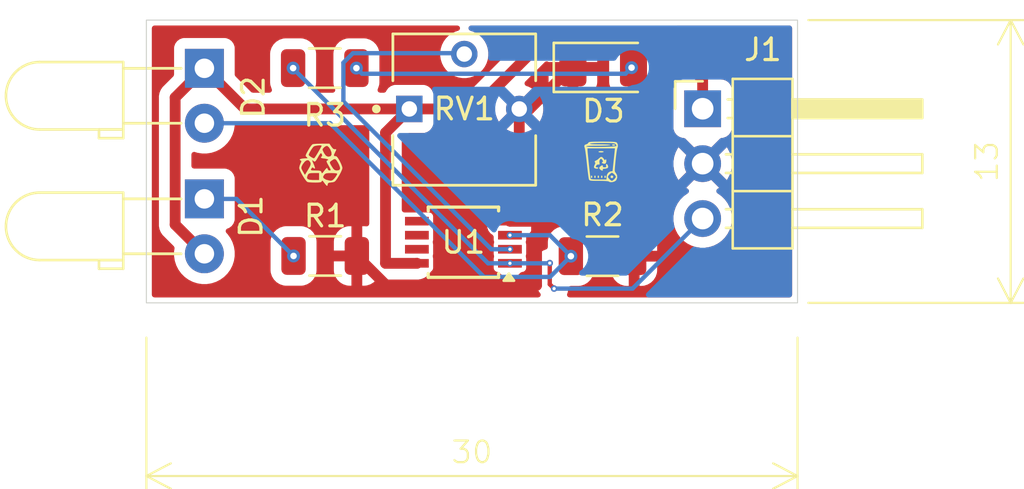
<source format=kicad_pcb>
(kicad_pcb (version 20241229) (generator "pcbnew") (generator_version "9.0")
  (layers (0 "F.Cu" signal) (2 "B.Cu" signal) (13 "F.Paste" user) (15 "B.Paste" user) (5 "F.SilkS" user "F.Silkscreen") (7 "B.SilkS" user "B.Silkscreen") (1 "F.Mask" user) (3 "B.Mask" user) (25 "Edge.Cuts" user))
  (net 0 "")
  (net 1 "+5V")
  (net 2 "Net-(D1-K)")
  (net 3 "/NON_INV")
  (net 4 "GND")
  (net 5 "Net-(D3-A)")
  (net 6 "/OP")
  (net 7 "/INV")
  (footprint "LED_THT:LED_D3.0mm_Horizontal_O3.81mm_Z2.0mm" (layer "F.Cu") (at 132.72 91.16 -90)
    (property "Reference" "D2" (at 1.34 -2.26 270) (layer "F.SilkS"))
    (property "Value" "IR RECEIVR" (hide yes))
    (fp_line (start 2.83 4.87) (end 2.83 3.75) (stroke (width 0.12)) (layer "F.SilkS"))
    (fp_line (start 3.23 4.87) (end 2.83 4.87) (stroke (width 0.12)) (layer "F.SilkS"))
    (fp_line (start -0.29 3.75) (end -0.29 7.61) (stroke (width 0.12)) (layer "F.SilkS"))
    (fp_line (start -0.29 3.75) (end 2.83 3.75) (stroke (width 0.12)) (layer "F.SilkS"))
    (fp_line (start 0 3.75) (end 0 3.75) (stroke (width 0.12)) (layer "F.SilkS"))
    (fp_line (start 0 3.75) (end 0 1.08) (stroke (width 0.12)) (layer "F.SilkS"))
    (fp_line (start 2.54 3.75) (end 2.54 3.75) (stroke (width 0.12)) (layer "F.SilkS"))
    (fp_line (start 2.54 3.75) (end 2.54 1.08) (stroke (width 0.12)) (layer "F.SilkS"))
    (fp_line (start 2.83 3.75) (end 2.83 7.61) (stroke (width 0.12)) (layer "F.SilkS"))
    (fp_line (start 2.83 3.75) (end 3.23 3.75) (stroke (width 0.12)) (layer "F.SilkS"))
    (fp_line (start 3.23 3.75) (end 3.23 4.87) (stroke (width 0.12)) (layer "F.SilkS"))
    (fp_line (start 0 1.08) (end 0 3.75) (stroke (width 0.12)) (layer "F.SilkS"))
    (fp_line (start 0 1.08) (end 0 1.08) (stroke (width 0.12)) (layer "F.SilkS"))
    (fp_line (start 2.54 1.08) (end 2.54 3.75) (stroke (width 0.12)) (layer "F.SilkS"))
    (fp_line (start 2.54 1.08) (end 2.54 1.08) (stroke (width 0.12)) (layer "F.SilkS"))
    (fp_arc (start 2.83 7.61) (mid 1.27 9.17) (end -0.29 7.61) (stroke (width 0.12)) (layer "F.SilkS"))
    (pad "1" thru_hole rect (at 0 0 270) (size 1.8 1.8) (drill 0.9) (layers "*.Cu" "*.Mask") (net 1 "+5V"))
    (pad "2" thru_hole circle (at 2.54 0 270) (size 1.8 1.8) (drill 0.9) (layers "*.Cu" "*.Mask") (net 3 "/NON_INV"))
  )
  (footprint "Resistor_SMD:R_1206_3216Metric" (layer "F.Cu") (at 138.3025 99.84)
    (property "Reference" "R1" (at 0 -1.85 0) (layer "F.SilkS"))
    (property "Value" "R" (hide yes))
    (fp_line (start -0.727064 -0.91) (end 0.727064 -0.91) (stroke (width 0.12)) (layer "F.SilkS"))
    (fp_line (start -0.727064 0.91) (end 0.727064 0.91) (stroke (width 0.12)) (layer "F.SilkS"))
    (pad "1" smd roundrect (at -1.4625 0) (size 1.125 1.75) (layers "F.Cu" "F.Mask" "F.Paste") (roundrect_rratio 0.222222) (net 2 "Net-(D1-K)"))
    (pad "2" smd roundrect (at 1.4625 0) (size 1.125 1.75) (layers "F.Cu" "F.Mask" "F.Paste") (roundrect_rratio 0.222222) (net 4 "GND"))
  )
  (footprint "LED_SMD:LED_1206_3216Metric" (layer "F.Cu") (at 151.15 91.12)
    (property "Reference" "D3" (at 0.01 2.02 0) (layer "F.SilkS"))
    (property "Value" "LED" (hide yes))
    (fp_line (start -2.285 -1.135) (end -2.285 1.135) (stroke (width 0.12)) (layer "F.SilkS"))
    (fp_line (start -2.285 1.135) (end 1.6 1.135) (stroke (width 0.12)) (layer "F.SilkS"))
    (fp_line (start 1.6 -1.135) (end -2.285 -1.135) (stroke (width 0.12)) (layer "F.SilkS"))
    (pad "1" smd roundrect (at -1.4 0) (size 1.25 1.75) (layers "F.Cu" "F.Mask" "F.Paste") (roundrect_rratio 0.2) (net 4 "GND"))
    (pad "2" smd roundrect (at 1.4 0) (size 1.25 1.75) (layers "F.Cu" "F.Mask" "F.Paste") (roundrect_rratio 0.2) (net 5 "Net-(D3-A)"))
  )
  (footprint "LED_THT:LED_D3.0mm_Horizontal_O3.81mm_Z2.0mm" (layer "F.Cu") (at 132.72 97.2 -90)
    (property "Reference" "D1" (at 0.81 -2.16 270) (layer "F.SilkS"))
    (property "Value" "IR TRANSMITTER" (hide yes))
    (fp_line (start 2.83 4.87) (end 2.83 3.75) (stroke (width 0.12)) (layer "F.SilkS"))
    (fp_line (start 3.23 4.87) (end 2.83 4.87) (stroke (width 0.12)) (layer "F.SilkS"))
    (fp_line (start -0.29 3.75) (end -0.29 7.61) (stroke (width 0.12)) (layer "F.SilkS"))
    (fp_line (start -0.29 3.75) (end 2.83 3.75) (stroke (width 0.12)) (layer "F.SilkS"))
    (fp_line (start 0 3.75) (end 0 3.75) (stroke (width 0.12)) (layer "F.SilkS"))
    (fp_line (start 0 3.75) (end 0 1.08) (stroke (width 0.12)) (layer "F.SilkS"))
    (fp_line (start 2.54 3.75) (end 2.54 3.75) (stroke (width 0.12)) (layer "F.SilkS"))
    (fp_line (start 2.54 3.75) (end 2.54 1.08) (stroke (width 0.12)) (layer "F.SilkS"))
    (fp_line (start 2.83 3.75) (end 2.83 7.61) (stroke (width 0.12)) (layer "F.SilkS"))
    (fp_line (start 2.83 3.75) (end 3.23 3.75) (stroke (width 0.12)) (layer "F.SilkS"))
    (fp_line (start 3.23 3.75) (end 3.23 4.87) (stroke (width 0.12)) (layer "F.SilkS"))
    (fp_line (start 0 1.08) (end 0 3.75) (stroke (width 0.12)) (layer "F.SilkS"))
    (fp_line (start 0 1.08) (end 0 1.08) (stroke (width 0.12)) (layer "F.SilkS"))
    (fp_line (start 2.54 1.08) (end 2.54 3.75) (stroke (width 0.12)) (layer "F.SilkS"))
    (fp_line (start 2.54 1.08) (end 2.54 1.08) (stroke (width 0.12)) (layer "F.SilkS"))
    (fp_arc (start 2.83 7.61) (mid 1.27 9.17) (end -0.29 7.61) (stroke (width 0.12)) (layer "F.SilkS"))
    (pad "1" thru_hole rect (at 0 0 270) (size 1.8 1.8) (drill 0.9) (layers "*.Cu" "*.Mask") (net 2 "Net-(D1-K)"))
    (pad "2" thru_hole circle (at 2.54 0 270) (size 1.8 1.8) (drill 0.9) (layers "*.Cu" "*.Mask") (net 1 "+5V"))
  )
  (footprint "Package_SO:TSSOP-8_3x3mm_P0.65mm" (layer "F.Cu") (at 144.69 99.205 180)
    (property "Reference" "U1" (at 0 -0.005 0) (layer "F.SilkS"))
    (property "Value" "LM358" (hide yes))
    (fp_line (start 1.625 1.45) (end 1.625 1.625) (stroke (width 0.15)) (layer "F.SilkS"))
    (fp_line (start 1.625 -1.625) (end 1.625 -1.45) (stroke (width 0.15)) (layer "F.SilkS"))
    (fp_line (start -1.625 1.625) (end 1.625 1.625) (stroke (width 0.15)) (layer "F.SilkS"))
    (fp_line (start -1.625 1.45) (end -1.625 1.625) (stroke (width 0.15)) (layer "F.SilkS"))
    (fp_line (start -1.625 -1.625) (end 1.625 -1.625) (stroke (width 0.15)) (layer "F.SilkS"))
    (fp_line (start -1.625 -1.625) (end -1.625 -1.45) (stroke (width 0.15)) (layer "F.SilkS"))
    (fp_poly (pts (xy -2.1 -1.45) (xy -2.34 -1.78) (xy -1.86 -1.78) (xy -2.1 -1.45)) (stroke (width 0.12)) (fill yes) (layer "F.SilkS"))
    (pad "1" smd rect (at -2.15 -0.975 180) (size 1.1 0.4) (layers "F.Cu" "F.Mask" "F.Paste") (net 6 "/OP"))
    (pad "2" smd rect (at -2.15 -0.325 180) (size 1.1 0.4) (layers "F.Cu" "F.Mask" "F.Paste") (net 7 "/INV"))
    (pad "3" smd rect (at -2.15 0.325 180) (size 1.1 0.4) (layers "F.Cu" "F.Mask" "F.Paste") (net 3 "/NON_INV"))
    (pad "4" smd rect (at -2.15 0.975 180) (size 1.1 0.4) (layers "F.Cu" "F.Mask" "F.Paste") (net 4 "GND"))
    (pad "5" smd rect (at 2.15 0.975 180) (size 1.1 0.4) (layers "F.Cu" "F.Mask" "F.Paste"))
    (pad "6" smd rect (at 2.15 0.325 180) (size 1.1 0.4) (layers "F.Cu" "F.Mask" "F.Paste"))
    (pad "7" smd rect (at 2.15 -0.325 180) (size 1.1 0.4) (layers "F.Cu" "F.Mask" "F.Paste"))
    (pad "8" smd rect (at 2.15 -0.975 180) (size 1.1 0.4) (layers "F.Cu" "F.Mask" "F.Paste") (net 1 "+5V"))
  )
  (footprint "Resistor_SMD:R_1206_3216Metric" (layer "F.Cu") (at 151.1175 99.85)
    (property "Reference" "R2" (at 0 -1.91 0) (layer "F.SilkS"))
    (property "Value" "R" (hide yes))
    (fp_line (start -0.727064 -0.91) (end 0.727064 -0.91) (stroke (width 0.12)) (layer "F.SilkS"))
    (fp_line (start -0.727064 0.91) (end 0.727064 0.91) (stroke (width 0.12)) (layer "F.SilkS"))
    (pad "1" smd roundrect (at -1.4625 0) (size 1.125 1.75) (layers "F.Cu" "F.Mask" "F.Paste") (roundrect_rratio 0.222222) (net 3 "/NON_INV"))
    (pad "2" smd roundrect (at 1.4625 0) (size 1.125 1.75) (layers "F.Cu" "F.Mask" "F.Paste") (roundrect_rratio 0.222222) (net 4 "GND"))
  )
  (footprint "LOGO" (layer "F.Cu") (at 151.112918 95.427453)
    (property "Reference" "G***" (hide yes))
    (property "Value" "LOGO" (hide yes))
    (fp_poly (pts (xy -0.475078 0.714376) (xy -0.469212 0.750739) (xy -0.482312 0.801569) (xy -0.500493 0.8133) (xy -0.525908 0.787101) (xy -0.531774 0.750739) (xy -0.518674 0.699908) (xy -0.500493 0.688177)) (fill yes) (layer "F.SilkS"))
    (fp_poly (pts (xy -0.318674 0.714376) (xy -0.312808 0.750739) (xy -0.325908 0.801569) (xy -0.344089 0.8133) (xy -0.369504 0.787101) (xy -0.37537 0.750739) (xy -0.36227 0.699908) (xy -0.344089 0.688177)) (fill yes) (layer "F.SilkS"))
    (fp_poly (pts (xy -0.16227 0.714376) (xy -0.156404 0.750739) (xy -0.169504 0.801569) (xy -0.187685 0.8133) (xy -0.2131 0.787101) (xy -0.218966 0.750739) (xy -0.205866 0.699908) (xy -0.187685 0.688177)) (fill yes) (layer "F.SilkS"))
    (fp_poly (pts (xy -0.005866 0.714376) (xy 0 0.750739) (xy -0.0131 0.801569) (xy -0.031281 0.8133) (xy -0.056696 0.787101) (xy -0.062562 0.750739) (xy -0.049462 0.699908) (xy -0.031281 0.688177)) (fill yes) (layer "F.SilkS"))
    (fp_poly (pts (xy 0.150538 0.714376) (xy 0.156404 0.750739) (xy 0.143304 0.801569) (xy 0.125123 0.8133) (xy 0.099708 0.787101) (xy 0.093842 0.750739) (xy 0.106942 0.699908) (xy 0.125123 0.688177)) (fill yes) (layer "F.SilkS"))
    (fp_poly (pts (xy 0.490211 0.710296) (xy 0.500492 0.750739) (xy 0.478373 0.803018) (xy 0.437931 0.8133) (xy 0.385651 0.791181) (xy 0.375369 0.750739) (xy 0.397488 0.698459) (xy 0.437931 0.688177)) (fill yes) (layer "F.SilkS"))
    (fp_poly (pts (xy 0.574919 -0.740031) (xy 0.594335 -0.719458) (xy 0.567565 -0.695944) (xy 0.516133 -0.688178) (xy 0.457346 -0.698885) (xy 0.437931 -0.719458) (xy 0.4647 -0.742973) (xy 0.516133 -0.750739)) (fill yes) (layer "F.SilkS"))
    (fp_poly (pts (xy 0.015791 -0.430994) (xy 0.059371 -0.413662) (xy 0.062561 -0.406651) (xy 0.034811 -0.387062) (xy -0.034514 -0.376167) (xy -0.062562 -0.37537) (xy -0.140914 -0.382307) (xy -0.184494 -0.399639) (xy -0.187685 -0.406651) (xy -0.159934 -0.426239) (xy -0.090609 -0.437134) (xy -0.062562 -0.437931)) (fill yes) (layer "F.SilkS"))
    (fp_poly (pts (xy 0.236073 0.195227) (xy 0.249033 0.216699) (xy 0.270713 0.297507) (xy 0.237021 0.351) (xy 0.150092 0.374492) (xy 0.122758 0.375369) (xy 0.044543 0.380632) (xy 0.016675 0.399948) (xy 0.019969 0.42229) (xy 0.01869 0.461317) (xy -0.017351 0.466794) (xy -0.071452 0.440739) (xy -0.109483 0.40665) (xy -0.147476 0.357468) (xy -0.141778 0.320369) (xy -0.109483 0.281527) (xy -0.052627 0.235476) (xy -0.00264 0.219606) (xy 0.023774 0.235933) (xy 0.019969 0.265886) (xy 0.022751 0.299965) (xy 0.07392 0.31236) (xy 0.09542 0.312808) (xy 0.159646 0.306898) (xy 0.177041 0.278292) (xy 0.169249 0.234606) (xy 0.167375 0.172442) (xy 0.194576 0.15821)) (fill yes) (layer "F.SilkS"))
    (fp_poly (pts (xy -0.014337 -0.163618) (xy 0.050697 -0.099645) (xy 0.070572 -0.069644) (xy 0.105994 -0.022853) (xy 0.123824 -0.019444) (xy 0.124291 -0.023461) (xy 0.146106 -0.059813) (xy 0.158386 -0.062562) (xy 0.178654 -0.035353) (xy 0.182443 0.032155) (xy 0.181846 0.039101) (xy 0.161745 0.116914) (xy 0.116007 0.14773) (xy 0.109482 0.148763) (xy 0.048416 0.144161) (xy -0.002298 0.12233) (xy -0.025341 0.094422) (xy -0.00782 0.073214) (xy 0.026292 0.046778) (xy 0.016138 0.002788) (xy -0.015054 -0.042917) (xy -0.053632 -0.082427) (xy -0.088362 -0.071312) (xy -0.107622 -0.053251) (xy -0.140756 0.014544) (xy -0.135589 0.096257) (xy -0.126181 0.16396) (xy -0.141068 0.18639) (xy -0.177893 0.181181) (xy -0.246746 0.191196) (xy -0.276631 0.22275) (xy -0.308334 0.282982) (xy -0.297504 0.308174) (xy -0.250247 0.312808) (xy -0.199416 0.325907) (xy -0.187685 0.344088) (xy -0.212504 0.370327) (xy -0.270031 0.375908) (xy -0.33487 0.363367) (xy -0.381628 0.335242) (xy -0.388373 0.32404) (xy -0.386837 0.262072) (xy -0.358346 0.196824) (xy -0.32719 0.131382) (xy -0.339913 0.083683) (xy -0.345396 0.076627) (xy -0.360932 0.04035) (xy -0.326889 0.012251) (xy -0.299328 0.000821) (xy -0.218957 -0.046195) (xy -0.147252 -0.111164) (xy -0.07835 -0.167083)) (fill yes) (layer "F.SilkS"))
    (fp_poly (pts (xy 0.217254 -0.87518) (xy 0.381443 -0.872724) (xy 0.499782 -0.867883) (xy 0.580623 -0.860047) (xy 0.632316 -0.848603) (xy 0.663212 -0.832941) (xy 0.670302 -0.826707) (xy 0.711828 -0.746011) (xy 0.714522 -0.643821) (xy 0.689623 -0.57045) (xy 0.67653 -0.521987) (xy 0.659555 -0.423022) (xy 0.640392 -0.285365) (xy 0.620737 -0.120826) (xy 0.608507 -0.005118) (xy 0.589756 0.183899) (xy 0.577512 0.320751) (xy 0.572023 0.415521) (xy 0.573535 0.47829) (xy 0.582294 0.519141) (xy 0.598547 0.548157) (xy 0.622539 0.57542) (xy 0.622701 0.575592) (xy 0.677985 0.67495) (xy 0.686153 0.789218) (xy 0.647657 0.894943) (xy 0.615779 0.932971) (xy 0.544447 0.975048) (xy 0.453392 0.998608) (xy 0.365961 1.000957) (xy 0.305498 0.979406) (xy 0.297167 0.969704) (xy 0.259106 0.957339) (xy 0.167663 0.947589) (xy 0.031988 0.941084) (xy -0.138769 0.93845) (xy -0.158921 0.938423) (xy -0.332109 0.938003) (xy -0.453041 0.935703) (xy -0.532022 0.929963) (xy -0.579356 0.919223) (xy -0.605348 0.901922) (xy -0.620302 0.8765) (xy -0.623784 0.868042) (xy -0.635199 0.816796) (xy -0.651126 0.713562) (xy -0.670234 0.568641) (xy -0.69119 0.392333) (xy -0.71266 0.194938) (xy -0.719474 0.128487) (xy -0.741021 -0.07225) (xy -0.76294 -0.254015) (xy -0.783831 -0.406816) (xy -0.797756 -0.492673) (xy -0.688243 -0.492673) (xy -0.685022 -0.436338) (xy -0.676131 -0.332239) (xy -0.662807 -0.192009) (xy -0.646289 -0.027279) (xy -0.627815 0.150317) (xy -0.608623 0.329148) (xy -0.589952 0.49758) (xy -0.573038 0.643982) (xy -0.559121 0.75672) (xy -0.549437 0.824162) (xy -0.54675 0.836761) (xy -0.519734 0.855225) (xy -0.448909 0.867443) (xy -0.327833 0.874088) (xy -0.173026 0.875862) (xy 0.187684 0.875862) (xy 0.187684 0.760575) (xy 0.189683 0.750739) (xy 0.250246 0.750739) (xy 0.27063 0.794219) (xy 0.320374 0.854863) (xy 0.327026 0.861643) (xy 0.388053 0.91361) (xy 0.434686 0.938136) (xy 0.437931 0.938423) (xy 0.481411 0.918039) (xy 0.542055 0.868296) (xy 0.548835 0.861643) (xy 0.600802 0.800617) (xy 0.625328 0.753983) (xy 0.625615 0.750739) (xy 0.605231 0.707258) (xy 0.555488 0.646614) (xy 0.548835 0.639834) (xy 0.487809 0.587867) (xy 0.441175 0.563342) (xy 0.437931 0.563054) (xy 0.39445 0.583438) (xy 0.333807 0.633181) (xy 0.327026 0.639834) (xy 0.275059 0.700861) (xy 0.250534 0.747494) (xy 0.250246 0.750739) (xy 0.189683 0.750739) (xy 0.210538 0.648115) (xy 0.270377 0.558043) (xy 0.354122 0.506655) (xy 0.396462 0.500492) (xy 0.453334 0.491861) (xy 0.470861 0.477032) (xy 0.474568 0.439467) (xy 0.483761 0.350638) (xy 0.497295 0.221489) (xy 0.514024 0.062965) (xy 0.526504 -0.054742) (xy 0.580497 -0.563054) (xy -0.05384 -0.563054) (xy -0.688178 -0.563054) (xy -0.688243 -0.492673) (xy -0.797756 -0.492673) (xy -0.802295 -0.520662) (xy -0.816933 -0.585561) (xy -0.820755 -0.594647) (xy -0.837288 -0.656298) (xy -0.750739 -0.656298) (xy -0.721292 -0.645586) (xy -0.640142 -0.637747) (xy -0.51807 -0.632623) (xy -0.365863 -0.630057) (xy -0.194304 -0.629891) (xy -0.014176 -0.631968) (xy 0.163736 -0.63613) (xy 0.328648 -0.64222) (xy 0.469776 -0.650079) (xy 0.576337 -0.659552) (xy 0.637545 -0.67048) (xy 0.647885 -0.676727) (xy 0.637529 -0.724458) (xy 0.609137 -0.762749) (xy 0.582162 -0.781263) (xy 0.537803 -0.794749) (xy 0.467085 -0.803951) (xy 0.361032 -0.809614) (xy 0.210667 -0.812482) (xy 0.007013 -0.8133) (xy -0.000389 -0.813301) (xy -0.206529 -0.811578) (xy -0.3738 -0.806649) (xy -0.49554 -0.798875) (xy -0.565088 -0.788617) (xy -0.578695 -0.78202) (xy -0.556962 -0.768868) (xy -0.474738 -0.759186) (xy -0.334003 -0.753107) (xy -0.136739 -0.750763) (xy -0.111329 -0.750739) (xy 0.084516 -0.748785) (xy 0.234119 -0.743141) (xy 0.332386 -0.734135) (xy 0.37422 -0.722093) (xy 0.375369 -0.719458) (xy 0.344811 -0.707506) (xy 0.25593 -0.698217) (xy 0.112919 -0.691825) (xy -0.080031 -0.688563) (xy -0.187685 -0.688178) (xy -0.408996 -0.686436) (xy -0.577736 -0.681321) (xy -0.690983 -0.672998) (xy -0.745816 -0.661633) (xy -0.750739 -0.656298) (xy -0.837288 -0.656298) (xy -0.840358 -0.667748) (xy -0.814206 -0.726884) (xy -0.752822 -0.750739) (xy -0.68927 -0.775988) (xy -0.656897 -0.813301) (xy -0.642322 -0.83465) (xy -0.618993 -0.850504) (xy -0.578375 -0.861677) (xy -0.511938 -0.868984) (xy -0.411147 -0.873237) (xy -0.267471 -0.875252) (xy -0.072376 -0.875842) (xy -0.001134 -0.875862)) (fill yes) (layer "F.SilkS"))
  )
  (footprint "Resistor_SMD:R_1206_3216Metric" (layer "F.Cu") (at 138.2825 91.15)
    (property "Reference" "R3" (at 0 2.18 0) (layer "F.SilkS"))
    (property "Value" "R" (hide yes))
    (fp_line (start -0.727064 -0.91) (end 0.727064 -0.91) (stroke (width 0.12)) (layer "F.SilkS"))
    (fp_line (start -0.727064 0.91) (end 0.727064 0.91) (stroke (width 0.12)) (layer "F.SilkS"))
    (pad "1" smd roundrect (at -1.4625 0) (size 1.125 1.75) (layers "F.Cu" "F.Mask" "F.Paste") (roundrect_rratio 0.222222) (net 6 "/OP"))
    (pad "2" smd roundrect (at 1.4625 0) (size 1.125 1.75) (layers "F.Cu" "F.Mask" "F.Paste") (roundrect_rratio 0.222222) (net 5 "Net-(D3-A)"))
  )
  (footprint "Connector_PinHeader_2.54mm:PinHeader_1x03_P2.54mm_Horizontal" (layer "F.Cu") (at 155.745 93.03)
    (property "Reference" "J1" (at 2.785 -2.73 180) (layer "F.SilkS"))
    (property "Value" "Conn_01x03_Pin" (hide yes))
    (fp_line (start -1.27 -1.27) (end 0 -1.27) (stroke (width 0.12)) (layer "F.SilkS"))
    (fp_line (start -1.27 0) (end -1.27 -1.27) (stroke (width 0.12)) (layer "F.SilkS"))
    (fp_line (start 1.077358 2.11) (end 1.39 2.11) (stroke (width 0.12)) (layer "F.SilkS"))
    (fp_line (start 1.077358 2.97) (end 1.39 2.97) (stroke (width 0.12)) (layer "F.SilkS"))
    (fp_line (start 1.077358 4.65) (end 1.39 4.65) (stroke (width 0.12)) (layer "F.SilkS"))
    (fp_line (start 1.077358 5.51) (end 1.39 5.51) (stroke (width 0.12)) (layer "F.SilkS"))
    (fp_line (start 1.16 -0.43) (end 1.39 -0.43) (stroke (width 0.12)) (layer "F.SilkS"))
    (fp_line (start 1.16 0.43) (end 1.39 0.43) (stroke (width 0.12)) (layer "F.SilkS"))
    (fp_line (start 1.39 -1.38) (end 1.39 6.46) (stroke (width 0.12)) (layer "F.SilkS"))
    (fp_line (start 1.39 1.27) (end 4.15 1.27) (stroke (width 0.12)) (layer "F.SilkS"))
    (fp_line (start 1.39 3.81) (end 4.15 3.81) (stroke (width 0.12)) (layer "F.SilkS"))
    (fp_line (start 1.39 6.46) (end 4.15 6.46) (stroke (width 0.12)) (layer "F.SilkS"))
    (fp_line (start 4.15 -1.38) (end 1.39 -1.38) (stroke (width 0.12)) (layer "F.SilkS"))
    (fp_line (start 4.15 2.11) (end 10.15 2.11) (stroke (width 0.12)) (layer "F.SilkS"))
    (fp_line (start 4.15 4.65) (end 10.15 4.65) (stroke (width 0.12)) (layer "F.SilkS"))
    (fp_line (start 4.15 6.46) (end 4.15 -1.38) (stroke (width 0.12)) (layer "F.SilkS"))
    (fp_line (start 10.15 2.11) (end 10.15 2.97) (stroke (width 0.12)) (layer "F.SilkS"))
    (fp_line (start 10.15 2.97) (end 4.15 2.97) (stroke (width 0.12)) (layer "F.SilkS"))
    (fp_line (start 10.15 4.65) (end 10.15 5.51) (stroke (width 0.12)) (layer "F.SilkS"))
    (fp_line (start 10.15 5.51) (end 4.15 5.51) (stroke (width 0.12)) (layer "F.SilkS"))
    (fp_rect (start 4.15 -0.43) (end 10.15 0.43) (stroke (width 0.12)) (fill yes) (layer "F.SilkS"))
    (pad "1" thru_hole rect (at 0 0) (size 1.7 1.7) (drill 1) (layers "*.Cu" "*.Mask") (net 1 "+5V"))
    (pad "2" thru_hole circle (at 0 2.54) (size 1.7 1.7) (drill 1) (layers "*.Cu" "*.Mask") (net 4 "GND"))
    (pad "3" thru_hole circle (at 0 5.08) (size 1.7 1.7) (drill 1) (layers "*.Cu" "*.Mask") (net 6 "/OP"))
  )
  (footprint "LOGO" (layer "F.Cu") (at 138.1 95.605825)
    (property "Reference" "G***" (hide yes))
    (property "Value" "LOGO" (hide yes))
    (fp_poly (pts (xy 0.489632 -0.820893) (xy 0.568164 -0.725376) (xy 0.6369 -0.700711) (xy 0.65 -0.703588) (xy 0.706189 -0.708112) (xy 0.711032 -0.665667) (xy 0.665041 -0.568882) (xy 0.66 -0.56) (xy 0.609009 -0.447981) (xy 0.614132 -0.389765) (xy 0.67 -0.385665) (xy 0.721572 -0.375413) (xy 0.781885 -0.311755) (xy 0.86023 -0.184523) (xy 0.87 -0.166846) (xy 0.937162 -0.030449) (xy 0.984119 0.091578) (xy 1 0.166563) (xy 0.979641 0.245265) (xy 0.925678 0.367182) (xy 0.84878 0.508898) (xy 0.829182 0.541488) (xy 0.742301 0.6795) (xy 0.678855 0.763175) (xy 0.621736 0.807146) (xy 0.55384 0.826042) (xy 0.489182 0.832299) (xy 0.379288 0.847522) (xy 0.32959 0.878837) (xy 0.32 0.922299) (xy 0.30731 0.98835) (xy 0.267712 0.983721) (xy 0.198907 0.907411) (xy 0.16 0.852648) (xy 0.09511 0.767605) (xy 0.059045 0.748951) (xy 0.047067 0.772922) (xy 0.026976 0.808346) (xy -0.027266 0.828919) (xy -0.132096 0.838235) (xy -0.259662 0.84) (xy -0.412998 0.836771) (xy -0.540089 0.828277) (xy -0.614996 0.816302) (xy -0.617676 0.815356) (xy -0.671781 0.767165) (xy -0.746231 0.667339) (xy -0.787803 0.601632) (xy -0.638828 0.601632) (xy -0.618116 0.669039) (xy -0.536227 0.706186) (xy -0.385404 0.71959) (xy -0.341256 0.72) (xy -0.08 0.72) (xy -0.08 0.569064) (xy 0.106622 0.569064) (xy 0.117127 0.616763) (xy 0.151971 0.651937) (xy 0.242831 0.706152) (xy 0.383174 0.742721) (xy 0.462354 0.754552) (xy 0.526025 0.736317) (xy 0.566502 0.71) (xy 0.633108 0.641049) (xy 0.701055 0.549788) (xy 0.749252 0.466619) (xy 0.76 0.431099) (xy 0.723412 0.415658) (xy 0.627249 0.404527) (xy 0.491911 0.40001) (xy 0.4846 0.4) (xy 0.335045 0.40296) (xy 0.243366 0.415996) (xy 0.187531 0.445336) (xy 0.146571 0.495584) (xy 0.106622 0.569064) (xy -0.08 0.569064) (xy -0.08 0.56) (xy -0.08 0.4) (xy -0.320858 0.4) (xy -0.457696 0.403389) (xy -0.537179 0.418691) (xy -0.581842 0.453603) (xy -0.606116 0.497449) (xy -0.638828 0.601632) (xy -0.787803 0.601632) (xy -0.828565 0.537204) (xy -0.90632 0.398091) (xy -0.967034 0.271326) (xy -0.998245 0.178238) (xy -1 0.161034) (xy -0.992597 0.122223) (xy -0.895731 0.122223) (xy -0.895183 0.187807) (xy -0.856629 0.274294) (xy -0.831107 0.319844) (xy -0.776089 0.414423) (xy -0.740776 0.471789) (xy -0.734676 0.479691) (xy -0.713269 0.448317) (xy -0.661949 0.365468) (xy -0.591483 0.248553) (xy -0.587525 0.241914) (xy -0.457929 0.241914) (xy -0.445629 0.267137) (xy -0.385758 0.277714) (xy -0.263272 0.279984) (xy -0.237663 0.28) (xy -0.099695 0.283368) (xy -0.021717 0.297558) (xy 0.01614 0.328691) (xy 0.028977 0.36217) (xy 0.046851 0.406419) (xy 0.074905 0.399921) (xy 0.127563 0.335622) (xy 0.151621 0.30217) (xy 0.220439 0.215347) (xy 0.273942 0.165042) (xy 0.286388 0.16) (xy 0.316234 0.192489) (xy 0.32 0.22) (xy 0.353629 0.268795) (xy 0.402935 0.28) (xy 0.445217 0.275441) (xy 0.456288 0.251346) (xy 0.433095 0.192087) (xy 0.372587 0.082036) (xy 0.359939 0.059894) (xy 0.293474 -0.060809) (xy 0.288148 -0.073997) (xy 0.419396 -0.073997) (xy 0.448095 -0.006588) (xy 0.505977 0.092191) (xy 0.58064 0.204055) (xy 0.643823 0.260623) (xy 0.717589 0.279229) (xy 0.745043 0.28) (xy 0.84615 0.262375) (xy 0.890619 0.203709) (xy 0.890698 0.20341) (xy 0.88258 0.126894) (xy 0.839518 0.011287) (xy 0.794128 -0.077336) (xy 0.721857 -0.194926) (xy 0.663567 -0.246722) (xy 0.596266 -0.237871) (xy 0.496957 -0.173523) (xy 0.466268 -0.15074) (xy 0.426643 -0.114772) (xy 0.419396 -0.073997) (xy 0.288148 -0.073997) (xy 0.265187 -0.130847) (xy 0.271153 -0.167581) (xy 0.304079 -0.187101) (xy 0.350851 -0.210943) (xy 0.325116 -0.232751) (xy 0.297075 -0.244184) (xy 0.197093 -0.268555) (xy 0.11 -0.277189) (xy 0.028889 -0.294089) (xy -0.00169 -0.328344) (xy 0.030897 -0.363118) (xy 0.042289 -0.36743) (xy 0.06286 -0.407254) (xy 0.050329 -0.471098) (xy 0.015918 -0.516383) (xy 0.002077 -0.52) (xy -0.03142 -0.487744) (xy -0.087454 -0.404384) (xy -0.13614 -0.32) (xy -0.207027 -0.196987) (xy -0.257566 -0.136694) (xy -0.30181 -0.129616) (xy -0.353811 -0.166247) (xy -0.357888 -0.17) (xy -0.388342 -0.194986) (xy -0.396647 -0.186951) (xy -0.379926 -0.134338) (xy -0.335298 -0.025587) (xy -0.303096 0.05) (xy -0.268626 0.153543) (xy -0.275715 0.198588) (xy -0.322026 0.179671) (xy -0.348295 0.155705) (xy -0.393449 0.140752) (xy -0.437702 0.195705) (xy -0.457929 0.241914) (xy -0.587525 0.241914) (xy -0.585902 0.239191) (xy -0.510527 0.106158) (xy -0.473919 0.017834) (xy -0.469876 -0.047238) (xy -0.487647 -0.100809) (xy -0.554313 -0.183696) (xy -0.63929 -0.194459) (xy -0.734131 -0.136364) (xy -0.830386 -0.012677) (xy -0.862039 0.043942) (xy -0.895731 0.122223) (xy -0.992597 0.122223) (xy -0.981778 0.065503) (xy -0.938602 -0.042706) (xy -0.900855 -0.125304) (xy -0.904504 -0.165412) (xy -0.941956 -0.186286) (xy -0.979883 -0.216971) (xy -0.950839 -0.246926) (xy -0.867677 -0.270143) (xy -0.743251 -0.280617) (xy -0.74 -0.28066) (xy -0.642134 -0.284466) (xy -0.612919 -0.29785) (xy -0.641029 -0.328569) (xy -0.654663 -0.339092) (xy -0.690691 -0.372077) (xy -0.700742 -0.410867) (xy -0.691802 -0.438992) (xy -0.56 -0.438992) (xy -0.528819 -0.399734) (xy -0.456067 -0.347129) (xy -0.372933 -0.301089) (xy -0.313458 -0.281602) (xy -0.28265 -0.313057) (xy -0.224017 -0.398139) (xy -0.148562 -0.520524) (xy -0.123458 -0.563514) (xy -0.055948 -0.682287) (xy 0.08 -0.682287) (xy 0.098862 -0.626567) (xy 0.145908 -0.53375) (xy 0.163951 -0.502287) (xy 0.23831 -0.402923) (xy 0.318373 -0.363221) (xy 0.359614 -0.36) (xy 0.450271 -0.379305) (xy 0.493703 -0.449584) (xy 0.495795 -0.45749) (xy 0.490358 -0.559296) (xy 0.44464 -0.681574) (xy 0.375161 -0.7912) (xy 0.298446 -0.855052) (xy 0.297249 -0.855521) (xy 0.231641 -0.845059) (xy 0.153332 -0.792956) (xy 0.093769 -0.724287) (xy 0.08 -0.682287) (xy -0.055948 -0.682287) (xy -0.047974 -0.696316) (xy 0.009055 -0.800219) (xy 0.038141 -0.85781) (xy 0.04 -0.863514) (xy 0.005794 -0.879921) (xy -0.077389 -0.881782) (xy -0.180405 -0.87177) (xy -0.274104 -0.852552) (xy -0.325887 -0.83) (xy -0.381879 -0.766083) (xy -0.449662 -0.665815) (xy -0.512357 -0.557391) (xy -0.553082 -0.469003) (xy -0.56 -0.438992) (xy -0.691802 -0.438992) (xy -0.680817 -0.473553) (xy -0.626917 -0.578229) (xy -0.585218 -0.653327) (xy -0.506352 -0.782773) (xy -0.433256 -0.882982) (xy -0.380663 -0.933958) (xy -0.377284 -0.935508) (xy -0.310047 -0.946545) (xy -0.185301 -0.954999) (xy -0.025524 -0.95956) (xy 0.042903 -0.96) (xy 0.399264 -0.96)) (fill yes) (layer "F.SilkS"))
  )
  (footprint "Potentiometer:TRIM_3362P-1-103" (layer "F.Cu") (at 144.73 93.04)
    (property "Reference" "RV1" (at 0 0 0) (layer "F.SilkS") (effects (font (size 1.002756 1.002756))))
    (property "Value" "Potentiometer" (hide yes))
    (fp_line (start -3.3 -3.47) (end 3.3 -3.47) (stroke (width 0.127)) (layer "F.SilkS"))
    (fp_line (start -3.3 -1.305) (end -3.3 -3.47) (stroke (width 0.127)) (layer "F.SilkS"))
    (fp_line (start -3.3 3.52) (end -3.3 1.235) (stroke (width 0.127)) (layer "F.SilkS"))
    (fp_line (start 3.3 -3.47) (end 3.3 -1.305) (stroke (width 0.127)) (layer "F.SilkS"))
    (fp_line (start 3.3 1.235) (end 3.3 3.52) (stroke (width 0.127)) (layer "F.SilkS"))
    (fp_line (start 3.3 3.53) (end -3.3 3.53) (stroke (width 0.127)) (layer "F.SilkS"))
    (fp_circle (center -4.064 0) (end -3.964 0) (stroke (width 0.2)) (fill no) (layer "F.SilkS"))
    (pad "1" thru_hole rect (at -2.54 0) (size 1.222 1.222) (drill 0.714) (layers "*.Cu" "*.Mask") (net 1 "+5V"))
    (pad "2" thru_hole circle (at 0 -2.54) (size 1.222 1.222) (drill 0.714) (layers "*.Cu" "*.Mask") (net 7 "/INV"))
    (pad "3" thru_hole circle (at 2.54 0) (size 1.222 1.222) (drill 0.714) (layers "*.Cu" "*.Mask") (net 4 "GND"))
  )
  (gr_rect (start 130.04 88.93) (end 160.13 102.01) (stroke (width 0.05)) (fill no) (layer "Edge.Cuts"))
  (dimension (type orthogonal) (layer "F.SilkS") (pts (xy 130.04 103.12) (xy 160.13 103.12)) (height 6.9) (orientation 0) (format (prefix "") (suffix "") (units 3) (units_format 0) (precision 4) (override_value "30") (suppress_zeroes yes)) (style (thickness 0.1) (arrow_length 1.27) (text_position_mode 0) (arrow_direction outward) (extension_height 0.58642) (extension_offset 0.5) (keep_text_aligned yes)) (gr_text "30" (at 145.085 108.92 0) (layer "F.SilkS") (effects (font (size 1 1) (thickness 0.1)))))
  (dimension (type orthogonal) (layer "F.SilkS") (pts (xy 160.13 88.93) (xy 160.13 102.01)) (height 9.85) (orientation 1) (format (prefix "") (suffix "") (units 3) (units_format 0) (precision 4) (override_value "13") (suppress_zeroes yes)) (style (thickness 0.1) (arrow_length 1.27) (text_position_mode 0) (arrow_direction outward) (extension_height 0.58642) (extension_offset 0.5) (keep_text_aligned yes)) (gr_text "13" (at 168.88 95.47 90) (layer "F.SilkS") (effects (font (size 1 1) (thickness 0.1)))))
  (segment (start 132.72 91.16) (end 131.369 92.511) (width 0.5) (layer "F.Cu") (net 1))
  (segment (start 141.09 100.173636) (end 141.097364 100.181) (width 0.5) (layer "F.Cu") (net 1))
  (segment (start 153.515 89.45) (end 155.745 91.68) (width 0.5) (layer "F.Cu") (net 1))
  (segment (start 141.09 94.14) (end 141.09 100.173636) (width 0.5) (layer "F.Cu") (net 1))
  (segment (start 145.22 93.04) (end 148.81 89.45) (width 0.5) (layer "F.Cu") (net 1))
  (segment (start 134.6 93.04) (end 142.19 93.04) (width 0.5) (layer "F.Cu") (net 1))
  (segment (start 132.72 91.16) (end 134.6 93.04) (width 0.5) (layer "F.Cu") (net 1))
  (segment (start 155.745 91.68) (end 155.745 93.03) (width 0.5) (layer "F.Cu") (net 1))
  (segment (start 131.369 98.389) (end 132.72 99.74) (width 0.5) (layer "F.Cu") (net 1))
  (segment (start 142.539 100.181) (end 142.54 100.18) (width 0.5) (layer "F.Cu") (net 1))
  (segment (start 142.19 93.04) (end 145.22 93.04) (width 0.5) (layer "F.Cu") (net 1))
  (segment (start 142.19 93.04) (end 141.09 94.14) (width 0.5) (layer "F.Cu") (net 1))
  (segment (start 131.369 92.511) (end 131.369 98.389) (width 0.5) (layer "F.Cu") (net 1))
  (segment (start 141.097364 100.181) (end 142.539 100.181) (width 0.5) (layer "F.Cu") (net 1))
  (segment (start 148.81 89.45) (end 153.515 89.45) (width 0.5) (layer "F.Cu") (net 1))
  (via (at 136.84 99.84) (size 0.6) (drill 0.3) (layers "F.Cu" "B.Cu") (net 2))
  (segment (start 132.72 97.2) (end 134.2 97.2) (width 0.2) (layer "B.Cu") (net 2))
  (segment (start 134.2 97.2) (end 136.84 99.84) (width 0.2) (layer "B.Cu") (net 2))
  (via (at 149.655 99.85) (size 0.6) (drill 0.3) (layers "F.Cu" "B.Cu") (net 3))
  (via (at 146.84 98.88) (size 0.3) (drill 0.15) (layers "F.Cu" "B.Cu") (net 3))
  (segment (start 146.84 98.88) (end 148.685 98.88) (width 0.2) (layer "B.Cu") (net 3))
  (segment (start 138.53 93.7) (end 145.64 100.81) (width 0.2) (layer "B.Cu") (net 3))
  (segment (start 132.72 93.7) (end 138.53 93.7) (width 0.2) (layer "B.Cu") (net 3))
  (segment (start 148.685 98.88) (end 149.655 99.85) (width 0.2) (layer "B.Cu") (net 3))
  (segment (start 148.695 100.81) (end 149.655 99.85) (width 0.2) (layer "B.Cu") (net 3))
  (segment (start 145.64 100.81) (end 148.695 100.81) (width 0.2) (layer "B.Cu") (net 3))
  (segment (start 147.27 93.04) (end 147.27 97.429) (width 0.5) (layer "F.Cu") (net 4))
  (segment (start 146.84 98.23) (end 150.96 98.23) (width 0.5) (layer "F.Cu") (net 4))
  (segment (start 141.125 101.2) (end 148.07 101.2) (width 0.5) (layer "F.Cu") (net 4))
  (segment (start 146.841 98.229) (end 146.84 98.23) (width 0.5) (layer "F.Cu") (net 4))
  (segment (start 147.27 93.04) (end 147.75 93.04) (width 0.5) (layer "F.Cu") (net 4))
  (segment (start 147.27 97.429) (end 148.07 98.229) (width 0.5) (layer "F.Cu") (net 4))
  (segment (start 139.765 99.84) (end 141.125 101.2) (width 0.5) (layer "F.Cu") (net 4))
  (segment (start 155.745 95.57) (end 152.58 98.735) (width 0.5) (layer "F.Cu") (net 4))
  (segment (start 147.75 93.04) (end 149.66 91.13) (width 0.5) (layer "F.Cu") (net 4))
  (segment (start 148.07 98.229) (end 146.841 98.229) (width 0.5) (layer "F.Cu") (net 4))
  (segment (start 148.07 101.2) (end 148.07 98.229) (width 0.5) (layer "F.Cu") (net 4))
  (segment (start 152.58 98.735) (end 152.58 99.85) (width 0.5) (layer "F.Cu") (net 4))
  (segment (start 150.96 98.23) (end 152.58 99.85) (width 0.5) (layer "F.Cu") (net 4))
  (via (at 139.745 91.15) (size 0.6) (drill 0.3) (layers "F.Cu" "B.Cu") (net 5))
  (via (at 152.46 91.13) (size 0.6) (drill 0.3) (layers "F.Cu" "B.Cu") (net 5))
  (segment (start 152.178 91.412) (end 140.007 91.412) (width 0.2) (layer "B.Cu") (net 5))
  (segment (start 140.007 91.412) (end 139.745 91.15) (width 0.2) (layer "B.Cu") (net 5))
  (segment (start 152.46 91.13) (end 152.178 91.412) (width 0.2) (layer "B.Cu") (net 5))
  (segment (start 148.68 101.15) (end 148.88 101.35) (width 0.2) (layer "F.Cu") (net 6))
  (segment (start 148.68 100.17) (end 148.68 101.15) (width 0.2) (layer "F.Cu") (net 6))
  (via (at 146.84 100.18) (size 0.3) (drill 0.15) (layers "F.Cu" "B.Cu") (net 6))
  (via (at 148.88 101.35) (size 0.3) (drill 0.15) (layers "F.Cu" "B.Cu") (net 6))
  (via (at 148.68 100.17) (size 0.3) (drill 0.15) (layers "F.Cu" "B.Cu") (net 6))
  (via (at 136.82 91.15) (size 0.6) (drill 0.3) (layers "F.Cu" "B.Cu") (net 6))
  (segment (start 146.84 100.18) (end 148.67 100.18) (width 0.2) (layer "B.Cu") (net 6))
  (segment (start 148.67 100.18) (end 148.68 100.17) (width 0.2) (layer "B.Cu") (net 6))
  (segment (start 136.82 91.15) (end 136.82 91.17) (width 0.2) (layer "B.Cu") (net 6))
  (segment (start 148.88 101.35) (end 152.505 101.35) (width 0.2) (layer "B.Cu") (net 6))
  (segment (start 145.83 100.18) (end 146.84 100.18) (width 0.2) (layer "B.Cu") (net 6))
  (segment (start 152.505 101.35) (end 155.745 98.11) (width 0.2) (layer "B.Cu") (net 6))
  (segment (start 136.82 91.17) (end 145.83 100.18) (width 0.2) (layer "B.Cu") (net 6))
  (via (at 146.84 99.53) (size 0.3) (drill 0.15) (layers "F.Cu" "B.Cu") (net 7))
  (segment (start 139.144 90.901057) (end 139.144 92.694) (width 0.2) (layer "B.Cu") (net 7))
  (segment (start 139.585057 90.46) (end 139.144 90.901057) (width 0.2) (layer "B.Cu") (net 7))
  (segment (start 144.81 90.5) (end 144.85 90.46) (width 0.2) (layer "B.Cu") (net 7))
  (segment (start 144.73 90.5) (end 144.81 90.5) (width 0.2) (layer "B.Cu") (net 7))
  (segment (start 139.144 92.694) (end 145.98 99.53) (width 0.2) (layer "B.Cu") (net 7))
  (segment (start 145.98 99.53) (end 146.84 99.53) (width 0.2) (layer "B.Cu") (net 7))
  (segment (start 144.85 90.46) (end 139.585057 90.46) (width 0.2) (layer "B.Cu") (net 7))
  (zone (net 4) (net_name "GND") (layers "F.Cu" "B.Cu") (connect_pads (clearance 0.5)) (min_thickness 0.25) (fill yes (thermal_gap 0.5) (thermal_bridge_width 0.5))
    (polygon (pts (xy 161 88) (xy 161 103) (xy 129 103) (xy 129 88)))
  )
)
</source>
